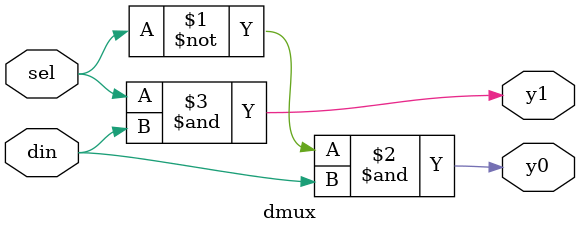
<source format=v>
module dmux (
    input  wire din,   // Data input
    input  wire sel,   // Select line
    output wire y0,    // Output 0
    output wire y1     // Output 1
);

    assign y0 = (~sel) & din; 
    assign y1 = sel & din;

endmodule

</source>
